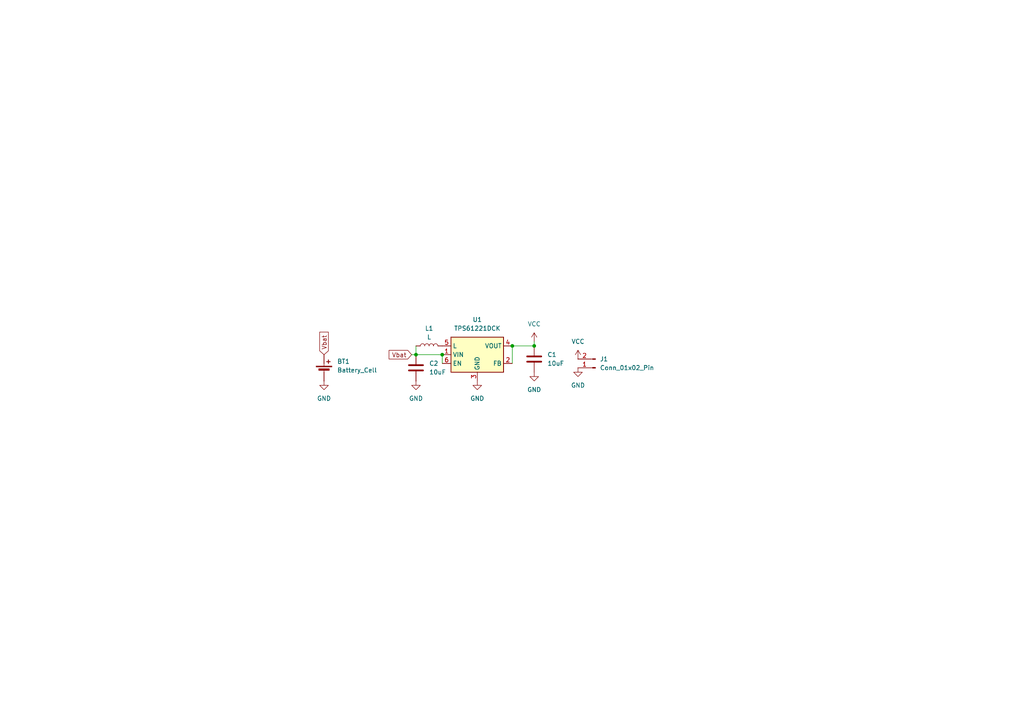
<source format=kicad_sch>
(kicad_sch (version 20231120) (generator "eeschema") (generator_version "8.0")
  (paper "A4")
  (lib_symbols
    (symbol "Connector:Conn_01x02_Pin" (pin_names (offset 1.016) hide)
      (property "Reference" "J" (at 0 2.54 0))
      (property "Value" "Conn_01x02_Pin" (at 0 -5.08 0))
      (symbol "Conn_01x02_Pin_1_1"
        (polyline (pts (xy 1.27 -2.54) (xy 0.8636 -2.54)) (stroke (width 0.1524)))
        (polyline (pts (xy 1.27 0) (xy 0.8636 0)) (stroke (width 0.1524)))
        (rectangle (start 0.8636 -2.413) (end 0 -2.667) (stroke (width 0.1524)) (fill (type outline)))
        (rectangle (start 0.8636 0.127) (end 0 -0.127) (stroke (width 0.1524)) (fill (type outline)))
        (pin passive line (at 5.08 0 180) (length 3.81) (name "Pin_1") (number "1"))
        (pin passive line (at 5.08 -2.54 180) (length 3.81) (name "Pin_2") (number "2"))
      )
    )
    (symbol "Device:Battery_Cell" (pin_numbers hide) (pin_names (offset 0) hide)
      (property "Reference" "BT" (at 2.54 2.54 0))
      (property "Value" "Battery_Cell" (at 2.54 0 0))
      (symbol "Battery_Cell_0_1"
        (rectangle (start -2.286 1.778) (end 2.286 1.524) (fill (type outline)))
        (rectangle (start -1.524 1.016) (end 1.524 0.508) (fill (type outline)))
        (polyline (pts (xy 0 0.762) (xy 0 0)))
        (polyline (pts (xy 0 1.778) (xy 0 2.54)))
        (polyline (pts (xy 0.762 3.048) (xy 1.778 3.048)) (stroke (width 0.254)))
        (polyline (pts (xy 1.27 3.556) (xy 1.27 2.54)) (stroke (width 0.254)))
      )
      (symbol "Battery_Cell_1_1"
        (pin passive line (at 0 5.08 270) (length 2.54) (name "+") (number "1"))
        (pin passive line (at 0 -2.54 90) (length 2.54) (name "-") (number "2"))
      )
    )
    (symbol "Device:C" (pin_numbers hide) (pin_names (offset 0.254))
      (property "Reference" "C" (at 0.635 2.54 0))
      (property "Value" "C" (at 0.635 -2.54 0))
      (symbol "C_0_1"
        (polyline (pts (xy -2.032 -0.762) (xy 2.032 -0.762)) (stroke (width 0.508)))
        (polyline (pts (xy -2.032 0.762) (xy 2.032 0.762)) (stroke (width 0.508)))
      )
      (symbol "C_1_1"
        (pin passive line (at 0 3.81 270) (length 2.794) (name "~") (number "1"))
        (pin passive line (at 0 -3.81 90) (length 2.794) (name "~") (number "2"))
      )
    )
    (symbol "Device:L" (pin_numbers hide) (pin_names (offset 1.016) hide)
      (property "Reference" "L" (at -1.27 0 90))
      (property "Value" "L" (at 1.905 0 90))
      (symbol "L_0_1"
        (arc (start 0 -2.54) (mid 0.6323 -1.905) (end 0 -1.27))
        (arc (start 0 -1.27) (mid 0.6323 -0.635) (end 0 0))
        (arc (start 0 0) (mid 0.6323 0.635) (end 0 1.27))
        (arc (start 0 1.27) (mid 0.6323 1.905) (end 0 2.54))
      )
      (symbol "L_1_1"
        (pin passive line (at 0 3.81 270) (length 1.27) (name "1") (number "1"))
        (pin passive line (at 0 -3.81 90) (length 1.27) (name "2") (number "2"))
      )
    )
    (symbol "Regulator_Switching:TPS61221DCK"
      (property "Reference" "U" (at -7.62 6.35 0))
      (property "Value" "TPS61221DCK" (at 2.54 6.35 0))
      (symbol "TPS61221DCK_0_1"
        (rectangle (start -7.62 5.08) (end 7.62 -5.08) (stroke (width 0.254)) (fill (type background)))
      )
      (symbol "TPS61221DCK_1_1"
        (pin power_in line (at -10.16 0 0) (length 2.54) (name "VIN") (number "1"))
        (pin input line (at 10.16 -2.54 180) (length 2.54) (name "FB") (number "2"))
        (pin power_in line (at 0 -7.62 90) (length 2.54) (name "GND") (number "3"))
        (pin power_out line (at 10.16 2.54 180) (length 2.54) (name "VOUT") (number "4"))
        (pin power_in line (at -10.16 2.54 0) (length 2.54) (name "L") (number "5"))
        (pin input line (at -10.16 -2.54 0) (length 2.54) (name "EN") (number "6"))
      )
    )
    (symbol "power:GND" (power) (pin_numbers hide) (pin_names (offset 0) hide)
      (property "Value" "GND" (at 0 -3.81 0))
      (symbol "GND_0_1"
        (polyline (pts (xy 0 0) (xy 0 -1.27) (xy 1.27 -1.27) (xy 0 -2.54) (xy -1.27 -1.27) (xy 0 -1.27)))
      )
      (symbol "GND_1_1"
        (pin power_in line (at 0 0 270) (length 0) (name "~") (number "1"))
      )
    )
    (symbol "power:VCC" (power) (pin_numbers hide) (pin_names (offset 0) hide)
      (property "Value" "VCC" (at 0 3.556 0))
      (symbol "VCC_0_1"
        (polyline (pts (xy -0.762 1.27) (xy 0 2.54)))
        (polyline (pts (xy 0 0) (xy 0 2.54)))
        (polyline (pts (xy 0 2.54) (xy 0.762 1.27)))
      )
      (symbol "VCC_1_1"
        (pin power_in line (at 0 0 90) (length 0) (name "~") (number "1"))
      )
    )
  )
  (junction (at 120.65 102.87))
  (junction (at 128.27 102.87))
  (junction (at 148.59 100.33))
  (junction (at 154.94 100.33))
  (wire (pts (xy 120.65 100.33) (xy 120.65 102.87)))
  (wire (pts (xy 120.65 102.87) (xy 128.27 102.87)))
  (wire (pts (xy 148.59 100.33) (xy 154.94 100.33)))
  (wire (pts (xy 148.59 100.33) (xy 148.59 105.41)))
  (wire (pts (xy 128.27 102.87) (xy 128.27 105.41)))
  (wire (pts (xy 119.38 102.87) (xy 120.65 102.87)))
  (wire (pts (xy 154.94 99.06) (xy 154.94 100.33)))
  (global_label "Vbat" (shape input) (at 93.98 102.87 90) (property "Intersheetrefs" "${INTERSHEET_REFS}" (effects (hide yes))))
  (global_label "Vbat" (shape input) (at 119.38 102.87 180) (property "Intersheetrefs" "${INTERSHEET_REFS}" (effects (hide yes))))
  (symbol (lib_id "Device:Battery_Cell") (at 93.98 107.95 0) (unit 1)
    (property "Reference" "BT1" (at 97.79 104.8384 0) (effects (justify left)))
    (property "Value" "Battery_Cell" (at 97.79 107.3784 0) (effects (justify left)))
    (property "Footprint" "Connector_JST:JST_EH_B2B-EH-A_1x02_P2.50mm_Vertical" (effects (hide yes)))
    (property "Description" "Single-cell battery" (effects (hide yes)))
  )
  (symbol (lib_id "power:VCC") (at 154.94 99.06 0) (unit 1)
    (property "Reference" "#PWR04" (effects (hide yes)))
    (property "Value" "VCC" (at 154.94 93.98 0))
    (property "Description" "Power symbol creates a global label with name \"VCC\"" (effects (hide yes)))
  )
  (symbol (lib_id "power:GND") (at 154.94 107.95 0) (unit 1)
    (property "Reference" "#PWR03" (effects (hide yes)))
    (property "Value" "GND" (at 154.94 113.03 0))
    (property "Description" "Power symbol creates a global label with name \"GND\" , ground" (effects (hide yes)))
  )
  (symbol (lib_id "power:GND") (at 138.43 110.49 0) (unit 1)
    (property "Reference" "#PWR01" (effects (hide yes)))
    (property "Value" "GND" (at 138.43 115.57 0))
    (property "Description" "Power symbol creates a global label with name \"GND\" , ground" (effects (hide yes)))
  )
  (symbol (lib_id "Connector:Conn_01x02_Pin") (at 172.72 106.68 180) (unit 1)
    (property "Reference" "J1" (at 173.99 104.1399 0) (effects (justify right)))
    (property "Value" "Conn_01x02_Pin" (at 173.99 106.6799 0) (effects (justify right)))
    (property "Footprint" "Connector_PinHeader_2.54mm:PinHeader_1x02_P2.54mm_Vertical" (effects (hide yes)))
    (property "Description" "Generic connector, single row, 01x02, script generated" (effects (hide yes)))
  )
  (symbol (lib_id "Device:C") (at 120.65 106.68 0) (unit 1)
    (property "Reference" "C2" (at 124.46 105.4099 0) (effects (justify left)))
    (property "Value" "10uF" (at 124.46 107.9499 0) (effects (justify left)))
    (property "Footprint" "Capacitor_SMD:C_1206_3216Metric_Pad1.33x1.80mm_HandSolder" (effects (hide yes)))
    (property "Description" "Unpolarized capacitor" (effects (hide yes)))
  )
  (symbol (lib_id "power:VCC") (at 167.64 104.14 0) (unit 1)
    (property "Reference" "#PWR06" (effects (hide yes)))
    (property "Value" "VCC" (at 167.64 99.06 0))
    (property "Description" "Power symbol creates a global label with name \"VCC\"" (effects (hide yes)))
  )
  (symbol (lib_id "power:GND") (at 167.64 106.68 0) (unit 1)
    (property "Reference" "#PWR07" (effects (hide yes)))
    (property "Value" "GND" (at 167.64 111.76 0))
    (property "Description" "Power symbol creates a global label with name \"GND\" , ground" (effects (hide yes)))
  )
  (symbol (lib_id "Regulator_Switching:TPS61221DCK") (at 138.43 102.87 0) (unit 1)
    (property "Reference" "U1" (at 138.43 92.71 0))
    (property "Value" "TPS61221DCK" (at 138.43 95.25 0))
    (property "Footprint" "Package_TO_SOT_SMD:Texas_R-PDSO-G6" (effects (hide yes)))
    (property "Datasheet" "http://www.ti.com/lit/ds/symlink/tps61220.pdf" (effects (hide yes)))
    (property "Description" "400 mA Step-Up Converter, Fixed 3.3V Output Voltage, 0.7-5.5V Input Voltage, SC-70" (effects (hide yes)))
  )
  (symbol (lib_id "Device:L") (at 124.46 100.33 90) (unit 1)
    (property "Reference" "L1" (at 124.46 95.25 90))
    (property "Value" "L" (at 124.46 97.79 90))
    (property "Footprint" "Inductor_SMD:L_Chilisin_BMRA00050520" (effects (hide yes)))
    (property "Description" "Inductor" (effects (hide yes)))
  )
  (symbol (lib_id "power:GND") (at 93.98 110.49 0) (unit 1)
    (property "Reference" "#PWR05" (effects (hide yes)))
    (property "Value" "GND" (at 93.98 115.57 0))
    (property "Description" "Power symbol creates a global label with name \"GND\" , ground" (effects (hide yes)))
  )
  (symbol (lib_id "power:GND") (at 120.65 110.49 0) (unit 1)
    (property "Reference" "#PWR02" (effects (hide yes)))
    (property "Value" "GND" (at 120.65 115.57 0))
    (property "Description" "Power symbol creates a global label with name \"GND\" , ground" (effects (hide yes)))
  )
  (symbol (lib_id "Device:C") (at 154.94 104.14 0) (unit 1)
    (property "Reference" "C1" (at 158.75 102.8699 0) (effects (justify left)))
    (property "Value" "10uF" (at 158.75 105.4099 0) (effects (justify left)))
    (property "Footprint" "Capacitor_SMD:C_1206_3216Metric_Pad1.33x1.80mm_HandSolder" (effects (hide yes)))
    (property "Description" "Unpolarized capacitor" (effects (hide yes)))
  )
)
</source>
